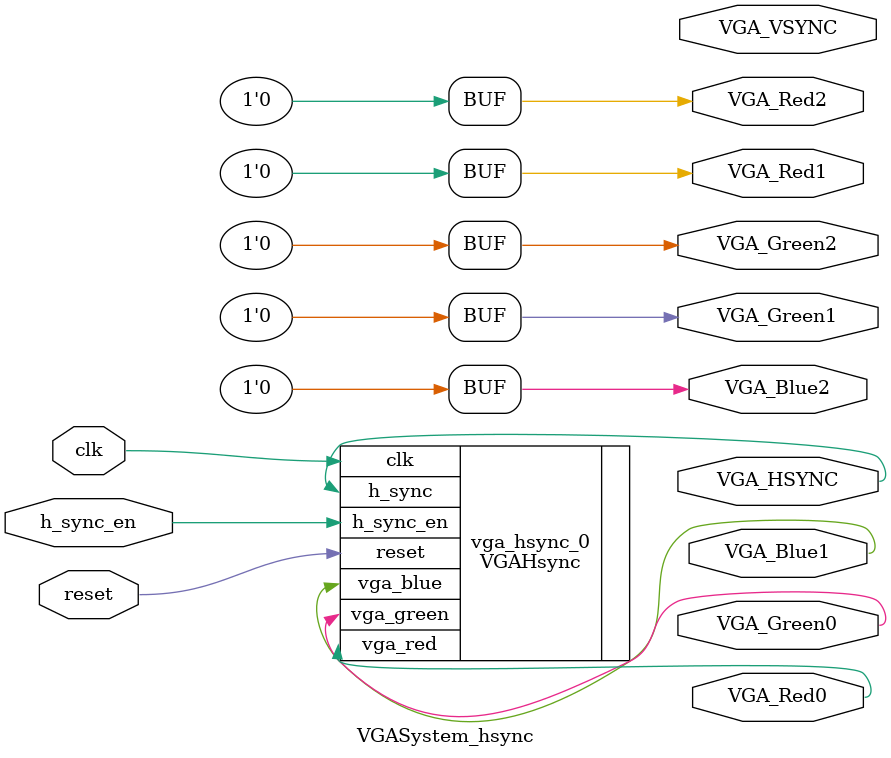
<source format=v>
module VGASystem_hsync(
  clk,
  reset,
  VGA_Red0,
  VGA_Red1,
  VGA_Red2,
  VGA_Green0,
  VGA_Green1,
  VGA_Green2,
  VGA_Blue1,
  VGA_Blue2,
  VGA_HSYNC,
  VGA_VSYNC,
  h_sync_en
);

input reset, clk;
input h_sync_en;

output VGA_Red0, VGA_Red1, VGA_Red2; 
output VGA_Green0, VGA_Green1, VGA_Green2;
output VGA_Blue1, VGA_Blue2;
output VGA_HSYNC, VGA_VSYNC;

wire h_sync_en;

assign VGA_Red1 = 0;
assign VGA_Red2 = 0;

assign VGA_Green1 = 0;
assign VGA_Green2 = 0;

assign VGA_Blue2 = 0;

//instansiate memory module - test returning values through thest bench
VGAHsync vga_hsync_0(
	.clk(clk) ,
	.reset(reset) ,
	.h_sync(VGA_HSYNC) ,
	.vga_red(VGA_Red0) ,
	.vga_green(VGA_Green0) ,
	.vga_blue(VGA_Blue1) ,
	.h_sync_en(h_sync_en)
);
//instansiate Hsync

endmodule // VGASystem_hsync
</source>
